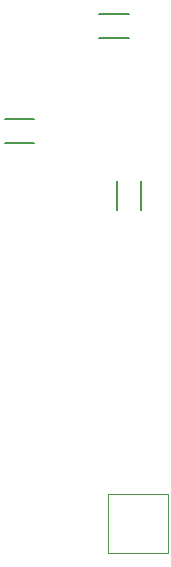
<source format=gm1>
G04*
G04 #@! TF.GenerationSoftware,Altium Limited,Altium Designer,20.2.6 (244)*
G04*
G04 Layer_Color=16711935*
%FSLAX24Y24*%
%MOIN*%
G70*
G04*
G04 #@! TF.SameCoordinates,497DB355-11F3-479B-B1E2-BDA1D3AC948B*
G04*
G04*
G04 #@! TF.FilePolarity,Positive*
G04*
G01*
G75*
%ADD44C,0.0050*%
%ADD100C,0.0000*%
D44*
X23708Y39856D02*
X24692D01*
X23708Y40644D02*
X24692D01*
X25094Y34108D02*
Y35092D01*
X24306Y34108D02*
Y35092D01*
X20561Y36356D02*
X21545D01*
X20561Y37144D02*
X21545D01*
D100*
X24349Y24635D02*
X24469D01*
X24349D02*
X24469D01*
X24546D02*
X24666D01*
X24546D02*
X24666D01*
X24743D02*
X24863D01*
X24743D02*
X24863D01*
X24940D02*
X25060D01*
X24940D02*
X25060D01*
X25137D02*
X25257D01*
X25137D02*
X25257D01*
X25334D02*
X25454D01*
X25334D02*
X25454D01*
X25531D02*
X25651D01*
X25531D02*
X25651D01*
X25985Y24181D02*
Y24301D01*
Y24181D02*
Y24301D01*
Y23984D02*
Y24104D01*
Y23984D02*
Y24104D01*
Y23787D02*
Y23907D01*
Y23787D02*
Y23907D01*
Y23590D02*
Y23710D01*
Y23590D02*
Y23710D01*
Y23393D02*
Y23513D01*
Y23393D02*
Y23513D01*
Y23196D02*
Y23316D01*
Y23196D02*
Y23316D01*
Y22999D02*
Y23119D01*
Y22999D02*
Y23119D01*
X25531Y22665D02*
X25651D01*
X25531D02*
X25651D01*
X25334D02*
X25454D01*
X25334D02*
X25454D01*
X25137D02*
X25257D01*
X25137D02*
X25257D01*
X24940D02*
X25060D01*
X24940D02*
X25060D01*
X24743D02*
X24863D01*
X24743D02*
X24863D01*
X24546D02*
X24666D01*
X24546D02*
X24666D01*
X24349D02*
X24469D01*
X24349D02*
X24469D01*
X24015Y22999D02*
Y23119D01*
Y22999D02*
Y23119D01*
Y23196D02*
Y23316D01*
Y23196D02*
Y23316D01*
Y23393D02*
Y23513D01*
Y23393D02*
Y23513D01*
Y23590D02*
Y23710D01*
Y23590D02*
Y23710D01*
Y23787D02*
Y23907D01*
Y23787D02*
Y23907D01*
Y23984D02*
Y24104D01*
Y23984D02*
Y24104D01*
Y24181D02*
Y24301D01*
Y24181D02*
Y24301D01*
Y22665D02*
X25985D01*
X24015D02*
Y24635D01*
X25985D01*
Y22665D02*
Y24635D01*
M02*

</source>
